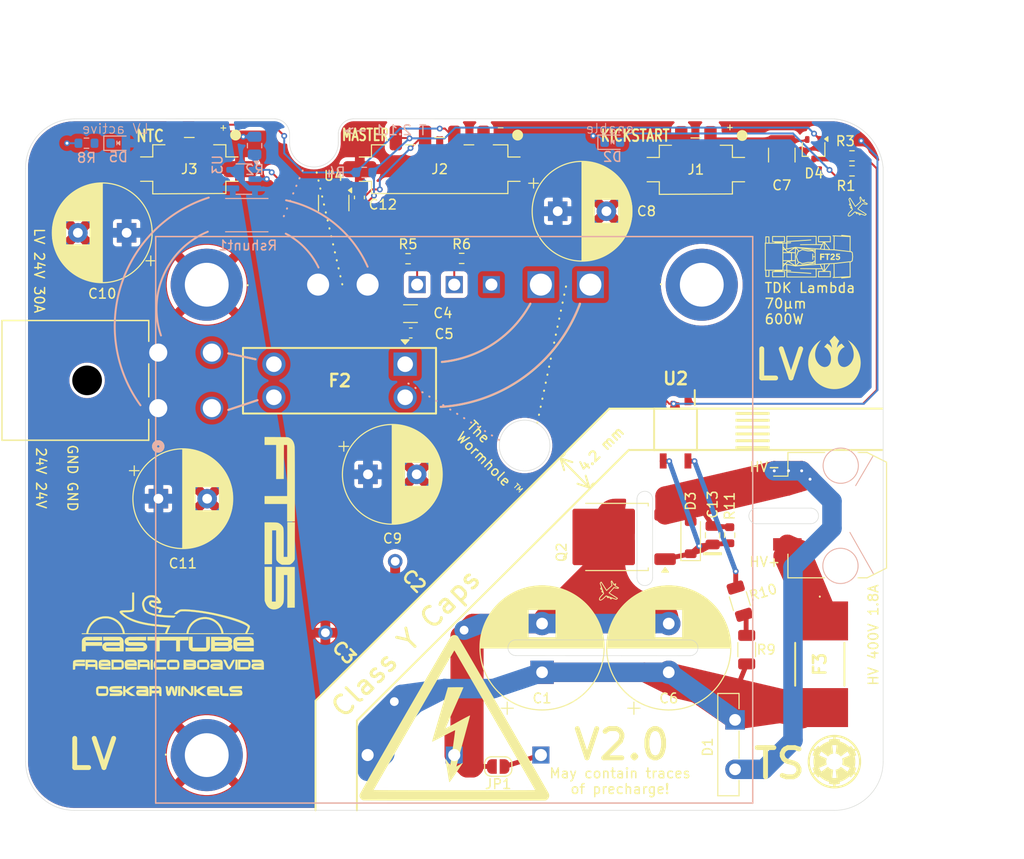
<source format=kicad_pcb>
(kicad_pcb
	(version 20241229)
	(generator "pcbnew")
	(generator_version "9.0")
	(general
		(thickness 1.67)
		(legacy_teardrops no)
	)
	(paper "A4")
	(layers
		(0 "F.Cu" mixed)
		(2 "B.Cu" mixed)
		(9 "F.Adhes" user "F.Adhesive")
		(11 "B.Adhes" user "B.Adhesive")
		(13 "F.Paste" user)
		(15 "B.Paste" user)
		(5 "F.SilkS" user "F.Silkscreen")
		(7 "B.SilkS" user "B.Silkscreen")
		(1 "F.Mask" user)
		(3 "B.Mask" user)
		(17 "Dwgs.User" user "User.Drawings")
		(19 "Cmts.User" user "User.Comments")
		(21 "Eco1.User" user "User.Eco1")
		(23 "Eco2.User" user "User.Eco2")
		(25 "Edge.Cuts" user)
		(27 "Margin" user)
		(31 "F.CrtYd" user "F.Courtyard")
		(29 "B.CrtYd" user "B.Courtyard")
		(35 "F.Fab" user)
		(33 "B.Fab" user)
		(39 "User.1" user)
		(41 "User.2" user)
		(43 "User.3" user)
		(45 "User.4" user)
		(47 "User.5" user)
		(49 "User.6" user)
		(51 "User.7" user)
		(53 "User.8" user)
		(55 "User.9" user)
	)
	(setup
		(stackup
			(layer "F.SilkS"
				(type "Top Silk Screen")
			)
			(layer "F.Paste"
				(type "Top Solder Paste")
			)
			(layer "F.Mask"
				(type "Top Solder Mask")
				(thickness 0.01)
			)
			(layer "F.Cu"
				(type "copper")
				(thickness 0.07)
			)
			(layer "dielectric 1"
				(type "core")
				(thickness 1.51)
				(material "FR4")
				(epsilon_r 4.5)
				(loss_tangent 0.02)
			)
			(layer "B.Cu"
				(type "copper")
				(thickness 0.07)
			)
			(layer "B.Mask"
				(type "Bottom Solder Mask")
				(thickness 0.01)
			)
			(layer "B.Paste"
				(type "Bottom Solder Paste")
			)
			(layer "B.SilkS"
				(type "Bottom Silk Screen")
			)
			(copper_finish "None")
			(dielectric_constraints no)
		)
		(pad_to_mask_clearance 0)
		(allow_soldermask_bridges_in_footprints no)
		(tenting front back)
		(pcbplotparams
			(layerselection 0x00000000_00000000_55555555_5755f5ff)
			(plot_on_all_layers_selection 0x00000000_00000000_00000000_00000000)
			(disableapertmacros no)
			(usegerberextensions no)
			(usegerberattributes yes)
			(usegerberadvancedattributes yes)
			(creategerberjobfile no)
			(dashed_line_dash_ratio 12.000000)
			(dashed_line_gap_ratio 3.000000)
			(svgprecision 4)
			(plotframeref no)
			(mode 1)
			(useauxorigin yes)
			(hpglpennumber 1)
			(hpglpenspeed 20)
			(hpglpendiameter 15.000000)
			(pdf_front_fp_property_popups yes)
			(pdf_back_fp_property_popups yes)
			(pdf_metadata yes)
			(pdf_single_document no)
			(dxfpolygonmode yes)
			(dxfimperialunits yes)
			(dxfusepcbnewfont yes)
			(psnegative no)
			(psa4output no)
			(plot_black_and_white yes)
			(plotinvisibletext no)
			(sketchpadsonfab no)
			(plotpadnumbers no)
			(hidednponfab no)
			(sketchdnponfab yes)
			(crossoutdnponfab yes)
			(subtractmaskfromsilk yes)
			(outputformat 1)
			(mirror no)
			(drillshape 0)
			(scaleselection 1)
			(outputdirectory "gerber/")
		)
	)
	(net 0 "")
	(net 1 "/-VIN")
	(net 2 "GND")
	(net 3 "Net-(D4-Pad3)")
	(net 4 "/+VIN")
	(net 5 "+3V3")
	(net 6 "/LV+")
	(net 7 "/3V_buttoncell")
	(net 8 "/TEMP_TSDCDC")
	(net 9 "/HV-in")
	(net 10 "/LV_I_measure")
	(net 11 "/I_meas_weak")
	(net 12 "Net-(U1-+S)")
	(net 13 "Net-(D2-A)")
	(net 14 "Net-(D5-K)")
	(net 15 "/Vout+")
	(net 16 "Net-(R3-Pad2)")
	(net 17 "Net-(U1-TRM)")
	(net 18 "/HV+in")
	(net 19 "/Enable_G")
	(net 20 "/Enable_Opto")
	(net 21 "Net-(JP1-A)")
	(net 22 "Net-(R10-Pad1)")
	(net 23 "/Vout-")
	(footprint "Capacitor_SMD:C_1210_3225Metric" (layer "F.Cu") (at 177.6 64.721001 -90))
	(footprint "Resistor_SMD:R_0603_1608Metric" (layer "F.Cu") (at 184.8 64.8))
	(footprint "footprints:airplane" (layer "F.Cu") (at 159.72 109.58 135))
	(footprint "Capacitor_SMD:C_0805_2012Metric" (layer "F.Cu") (at 170.5 103.75 90))
	(footprint "footprints:VY1471M29Y5UC63V0" (layer "F.Cu") (at 130.766058 113.762876 -45))
	(footprint "footprints:rebellion" (layer "F.Cu") (at 183 86))
	(footprint "FaSTTUBe_connectors:Micro_Mate-N-Lok_2p_vertical" (layer "F.Cu") (at 168.783 66.21))
	(footprint "Capacitor_THT:CP_Radial_D12.5mm_P5.00mm" (layer "F.Cu") (at 153 117.823959 90))
	(footprint "Capacitor_THT:CP_Radial_D10.0mm_P5.00mm" (layer "F.Cu") (at 110.367678 72.7 180))
	(footprint "footprints:9775031360R" (layer "F.Cu") (at 118.59 78.03 180))
	(footprint "Package_TO_SOT_SMD:TO-252-2" (layer "F.Cu") (at 160.585 103.9275 180))
	(footprint "LOGO"
		(layer "F.Cu")
		(uuid "36ea3436-548e-4414-bac1-a7348850c228")
		(at 180.33 75.14)
		(property "Reference" "G***"
			(at 0 0 0)
			(layer "F.SilkS")
			(hide yes)
			(uuid "f973503b-fa37-47d9-b20f-d30676bb0e6c")
			(effects
				(font
					(size 1.5 1.5)
					(thickness 0.3)
				)
			)
		)
		(property "Value" "LOGO"
			(at 0.75 0 0)
			(layer "F.SilkS")
			(hide yes)
			(uuid "6387be7f-2b16-465c-8f89-140f5aa812b4")
			(effects
				(font
					(size 1.5 1.5)
					(thickness 0.3)
				)
			)
		)
		(property "Datasheet" ""
			(at 0 0 0)
			(layer "F.Fab")
			(hide yes)
			(uuid "41393a24-4ba8-4af2-84c5-5556a5cd9241")
			(effects
				(font
					(size 1.27 1.27)
					(thickness 0.15)
				)
			)
		)
		(property "Description" ""
			(at 0 0 0)
			(layer "F.Fab")
			(hide yes)
			(uuid "47d9374d-4d87-4be0-875b-3451ee135b5f")
			(effects
				(font
					(size 1.27 1.27)
					(thickness 0.15)
				)
			)
		)
		(attr board_only exclude_from_pos_files exclude_from_bom)
		(fp_poly
			(pts
				(xy 2.210106 -0.240934) (xy 2.210106 -0.176067) (xy 2.115122 -0.176067) (xy 2.020138 -0.176067)
				(xy 2.020138 0.088034) (xy 2.020138 0.352134) (xy 1.948322 0.352134) (xy 1.876505 0.352134) (xy 1.876505 0.088034)
				(xy 1.876505 -0.176067) (xy 1.781521 -0.176067) (xy 1.686538 -0.176067) (xy 1.686538 -0.240935)
				(xy 1.686537 -0.305801) (xy 1.948322 -0.305801) (xy 2.210106 -0.305801)
			)
			(stroke
				(width 0)
				(type solid)
			)
			(fill yes)
			(layer "F.SilkS")
			(uuid "7df8e5e8-4ee8-444f-be4a-2fc6df64b466")
		)
		(fp_poly
			(pts
				(xy 1.644837 -0.238617) (xy 1.644837 -0.171435) (xy 1.49657 -0.171434) (xy 1.348303 -0.171434) (xy 1.348303 -0.10425)
				(xy 1.348303 -0.037067) (xy 1.484987 -0.037067) (xy 1.621671 -0.037067) (xy 1.621671 0.030116) (xy 1.621671 0.0973)
				(xy 1.484987 0.0973) (xy 1.348303 0.0973) (xy 1.348303 0.224717) (xy 1.348303 0.352134) (xy 1.27417 0.352134)
				(xy 1.200036 0.352134) (xy 1.200036 0.023167) (xy 1.200037 -0.305801) (xy 1.422437 -0.305801) (xy 1.644836 -0.305801)
			)
			(stroke
				(width 0)
				(type solid)
			)
			(fill yes)
			(layer "F.SilkS")
			(uuid "79488fa3-17fb-4e16-b5f3-2b64540a352f")
		)
		(fp_poly
			(pts
				(xy 2.532179 -0.312678) (xy 2.576155 -0.304473) (xy 2.614922 -0.2894) (xy 2.648 -0.267744) (xy 2.67491 -0.239793)
				(xy 2.695172 -0.205832) (xy 2.704208 -0.181813) (xy 2.708716 -0.159076) (xy 2.7108 -0.130942) (xy 2.71048 -0.100955)
				(xy 2.707773 -0.072656) (xy 2.703574 -0.052464) (xy 2.698715 -0.037255) (xy 2.692926 -0.02316) (xy 2.685517 -0.009402)
				(xy 2.675798 0.004797) (xy 2.663078 0.020215) (xy 2.646666 0.037632) (xy 2.625872 0.057823) (xy 2.600005 0.081568)
				(xy 2.568374 0.109644) (xy 2.53029 0.142829) (xy 2.529931 0.14314) (xy 2.430439 0.229351) (xy 2.575106 0.230575)
				(xy 2.719774 0.231799) (xy 2.719774 0.291967) (xy 2.719774 0.352134) (xy 2.490308 0.352134) (xy 2.260843 0.352134)
				(xy 2.262116 0.277056) (xy 2.263389 0.201979) (xy 2.356056 0.119177) (xy 2.402943 0.077122) (xy 2.443117 0.04073)
				(xy 2.476929 0.009665) (xy 2.504727 -0.016408) (xy 2.526863 -0.037827) (xy 2.543685 -0.054929) (xy 2.555544 -0.06805)
				(xy 2.562789 -0.077524) (xy 2.565176 -0.081851) (xy 2.5716 -0.10729) (xy 2.569746 -0.130812) (xy 2.56056 -0.15134)
				(xy 2.544994 -0.167801) (xy 2.523994 -0.179121) (xy 2.49851 -0.184225) (xy 2.475724 -0.18314) (xy 2.452963 -0.175273)
				(xy 2.433454 -0.159912) (xy 2.418912 -0.1387) (xy 2.413064 -0.123046) (xy 2.407173 -0.101018) (xy 2.367714 -0.103927)
				(xy 2.344598 -0.10571) (xy 2.320508 -0.107692) (xy 2.30031 -0.109471) (xy 2.298702 -0.109622) (xy 2.269145 -0.112408)
				(xy 2.272093 -0.14061) (xy 2.280459 -0.177948) (xy 2.296913 -0.213524) (xy 2.320278 -0.245457) (xy 2.349375 -0.271863)
				(xy 2.357833 -0.277654) (xy 2.388158 -0.29404) (xy 2.420755 -0.305158) (xy 2.458064 -0.31171) (xy 2.483473 -0.313727)
			)
			(stroke
				(width 0)
				(type solid)
			)
			(fill yes)
			(layer "F.SilkS")
			(uuid "c06ae400-d6b0-4739-b2a0-6d35249e5efc")
		)
		(fp_poly
			(pts
				(xy 3.243342 -0.245567) (xy 3.243342 -0.185334) (xy 3.111291 -0.185334) (xy 2.979241 -0.185333)
				(xy 2.979241 -0.135525) (xy 2.979241 -0.085718) (xy 3.035999 -0.085703) (xy 3.075658 -0.084189)
				(xy 3.108746 -0.079239) (xy 3.137528 -0.070212) (xy 3.16427 -0.05647) (xy 3.181956 -0.044466) (xy 3.203555 -0.026318)
				(xy 3.221029 -0.006004) (xy 3.236416 0.019128) (xy 3.246178 0.039116) (xy 3.254238 0.063529) (xy 3.259574 0.09369)
				(xy 3.261941 0.126422) (xy 3.261098 0.158544) (xy 3.257324 0.184609) (xy 3.244399 0.223685) (xy 3.224208 0.260227)
				(xy 3.198098 0.292412) (xy 3.167418 0.318418) (xy 3.150847 0.328502) (xy 3.111135 0.345164) (xy 3.066727 0.356095)
				(xy 3.020478 0.360938) (xy 2.975243 0.359334) (xy 2.945754 0.354196) (xy 2.903627 0.339619) (xy 2.867264 0.317857)
				(xy 2.836999 0.289211) (xy 2.813163 0.253981) (xy 2.79881 0.220868) (xy 2.79432 0.207035) (xy 2.791744 0.197519)
				(xy 2.791552 0.194601) (xy 2.796444 0.193609) (xy 2.808775 0.190877) (xy 2.826961 0.186759) (xy 2.849416 0.181613)
				(xy 2.863407 0.178384) (xy 2.887539 0.172819) (xy 2.908262 0.168078) (xy 2.924002 0.164518) (xy 2.933186 0.162495)
				(xy 2.934883 0.162167) (xy 2.937199 0.166065) (xy 2.941475 0.175947) (xy 2.943919 0.182163) (xy 2.957618 0.206359)
				(xy 2.976856 0.224378) (xy 2.999977 0.235881) (xy 3.025322 0.240528) (xy 3.051235 0.23798) (xy 3.076057 0.227898)
				(xy 3.095075 0.213134) (xy 3.111612 0.190456) (xy 3.120769 0.164235) (xy 3.12262 0.136431) (xy 3.117245 0.108995)
				(xy 3.10472 0.083886) (xy 3.089275 0.066498) (xy 3.070671 0.05315) (xy 3.049056 0.043822) (xy 3.022749 0.038071)
				(xy 2.990066 0.035457) (xy 2.969974 0.03519) (xy 2.940708 0.035905) (xy 2.915232 0.038169) (xy 2.889963 0.042519)
				(xy 2.861313 0.04949) (xy 2.845988 0.053732) (xy 2.835519 0.056704) (xy 2.838042 -0.086323) (xy 2.838768 -0.123978)
				(xy 2.83959 -0.160526) (xy 2.840463 -0.194417) (xy 2.841344 -0.224098) (xy 2.842188 -0.248021) (xy 2.842954 -0.264633)
				(xy 2.843135 -0.267576) (xy 2.845706 -0.305801) (xy 3.044525 -0.305801) (xy 3.243342 -0.305801)
			)
			(stroke
				(width 0)
				(type solid)
			)
			(fill yes)
			(layer "F.SilkS")
			(uuid "5a963cb9-9510-4127-9f96-127e7c222fca")
		)
		(fp_poly
			(pts
				(xy 3.38727 -2.232811) (xy 3.40086 -2.231479) (xy 3.422092 -2.229358) (xy 3.450178 -2.22653) (xy 3.484329 -2.223073)
				(xy 3.523759 -2.219069) (xy 3.567678 -2.214599) (xy 3.615297 -2.209743) (xy 3.66583 -2.204582) (xy 3.718489 -2.199197)
				(xy 3.772484 -2.193667) (xy 3.827029 -2.188075) (xy 3.881335 -2.182501) (xy 3.934614 -2.177024)
				(xy 3.986077 -2.171727) (xy 4.034939 -2.166689) (xy 4.080407 -2.161992) (xy 4.121698 -2.157716)
				(xy 4.158021 -2.153941) (xy 4.188587 -2.150748) (xy 4.200017 -2.149547) (xy 4.234253 -2.145885)
				(xy 4.265408 -2.142435) (xy 4.292316 -2.139335) (xy 4.31381 -2.136726) (xy 4.328722 -2.134745) (xy 4.335885 -2.133532)
				(xy 4.336334 -2.133359) (xy 4.336533 -2.128574) (xy 4.336655 -2.115023) (xy 4.336705 -2.093209)
				(xy 4.336684 -2.063633) (xy 4.336595 -2.026795) (xy 4.33644 -1.983198) (xy 4.336223 -1.933343) (xy 4.335944 -1.877731)
				(xy 4.335608 -1.816864) (xy 4.335216 -1.751243) (xy 4.33477 -1.681369) (xy 4.334273 -1.607743) (xy 4.333728 -1.530869)
				(xy 4.333136 -1.451244) (xy 4.332871 -1.416624) (xy 4.332241 -1.334602) (xy 4.331634 -1.254271)
				(xy 4.33105 -1.176204) (xy 4.330496 -1.10097) (xy 4.329976 -1.029142) (xy 4.329492 -0.961291) (xy 4.329052 -0.897987)
				(xy 4.328655 -0.839801) (xy 4.328308 -0.787305) (xy 4.328013 -0.741071) (xy 4.327776 -0.701668)
				(xy 4.327599 -0.669669) (xy 4.327487 -0.645643) (xy 4.327444 -0.630164) (xy 4.327444 -0.627586)
				(xy 4.327545 -0.55322) (xy 4.37377 -0.54809) (xy 4.419996 -0.542959) (xy 4.484971 -0.483626) (xy 4.505281 -0.464833)
				(xy 4.522986 -0.44798) (xy 4.537024 -0.434118) (xy 4.546333 -0.424295) (xy 4.54985 -0.419562) (xy 4.549855 -0.419489)
				(xy 4.550293 -0.414027) (xy 4.551582 -0.400285) (xy 4.55363 -0.379199) (xy 4.556344 -0.351708) (xy 4.55963 -0.31875)
				(xy 4.563396 -0.281261) (xy 4.567548 -0.240179) (xy 4.571355 -0.202709) (xy 4.592945 0.009267) (xy 4.571355 0.221242)
				(xy 4.566945 0.264663) (xy 4.562841 0.305296) (xy 4.559137 0.342206) (xy 4.555926 0.374453) (xy 4.553301 0.401102)
				(xy 4.551353 0.421213) (xy 4.550178 0.433849) (xy 4.549855 0.438022) (xy 4.546612 0.442512) (xy 4.537531 0.452137)
				(xy 4.523674 0.465847) (xy 4.506105 0.482593) (xy 4.485885 0.501324) (xy 4.484971 0.50216) (xy 4.419997 0.561493)
				(xy 4.373769 0.566623) (xy 4.327545 0.571753) (xy 4.327444 0.646119) (xy 4.327469 0.65926) (xy 4.327563 0.681097)
				(xy 4.327723 0.711058) (xy 4.327945 0.748571) (xy 4.328225 0.793067) (xy 4.328559 0.843974) (xy 4.328943 0.90072)
				(xy 4.329373 0.962734) (xy 4.329846 1.029446) (xy 4.330356 1.100286) (xy 4.330901 1.17468) (xy 4.331477 1.252059)
				(xy 4.332079 1.33185) (xy 4.332704 1.413485) (xy 4.332871 1.435157) (xy 4.333481 1.5158) (xy 4.334047 1.593906)
				(xy 4.334564 1.668978) (xy 4.335032 1.740512) (xy 4.335447 1.808006) (xy 4.335808 1.870958) (xy 4.336111 1.928869)
				(xy 4.336355 1.981237) (xy 4.336537 2.02756) (xy 4.336653 2.067337) (xy 4.336704 2.100067) (xy 4.336685 2.125248)
				(xy 4.336594 2.142379) (xy 4.336429 2.150958) (xy 4.336335 2.151893) (xy 4.331377 2.152884) (xy 4.318367 2.15468)
				(xy 4.298472 2.157138) (xy 4.272859 2.160123) (xy 4.242694 2.163495) (xy 4.209148 2.167117) (xy 4.200017 2.168082)
				(xy 4.172233 2.170992) (xy 4.138346 2.174521) (xy 4.099146 2.178586) (xy 4.055419 2.183108) (xy 4.007954 2.188005)
				(xy 3.957539 2.193199) (xy 3.904962 2.198607) (xy 3.851011 2.204148) (xy 3.796475 2.209742) (xy 3.742141 2.215309)
				(xy 3.688796 2.220768) (xy 3.63723 2.226037) (xy 3.588231 2.231037) (xy 3.542586 2.235687) (xy 3.501083 2.239906)
				(xy 3.464512 2.243614) (xy 3.433658 2.246729) (xy 3.409312 2.249172) (xy 3.39226 2.250859) (xy 3.383291 2.251715)
				(xy 3.382109 2.251806) (xy 3.380255 2.247528) (xy 3.378178 2.23608) (xy 3.376217 2.219545) (xy 3.37545 2.210835)
				(xy 3.3736 2.191763) (xy 3.371439 2.175942) (xy 3.369333 2.165869) (xy 3.368582 2.163999) (xy 3.368194 2.163123)
				(xy 3.367841 2.162336) (xy 3.367055 2.161657) (xy 3.365358 2.161104) (xy 3.362276 2.160697) (xy 3.357337 2.160453)
				(xy 3.350069 2.160392) (xy 3.339994 2.160532) (xy 3.32664 2.16089) (xy 3.309536 2.161487) (xy 3.288204 2.162341)
				(xy 3.26217 2.16347) (xy 3.230964 2.164892) (xy 3.19411 2.166627) (xy 3.151135 2.168692) (xy 3.101565 2.171107)
				(xy 3.044926 2.17389) (xy 2.980744 2.177059) (xy 2.908545 2.180634) (xy 2.827857 2.184632) (xy 2.773776 2.187311)
				(xy 2.723126 2.189773) (xy 2.675244 2.19201) (xy 2.630927 2.19399) (xy 2.590972 2.195683) (xy 2.556177 2.197057)
				(xy 2.52734 2.198081) (xy 2.505257 2.198724) (xy 2.490727 2.198954) (xy 2.484548 2.198738) (xy 2.484397 2.198675)
				(xy 2.482972 2.193086) (xy 2.4815 2.180449) (xy 2.480208 2.162975) (xy 2.479683 2.152716) (xy 2.477796 2.109587)
				(xy 2.502643 2.106603) (xy 2.520245 2.105084) (xy 2.542271 2.103995) (xy 2.563398 2.103579) (xy 2.599307 2.103539)
				(xy 2.599205 2.03983) (xy 2.599136 2.026958) (xy 2.59896 2.005475) (xy 2.598682 1.976034) (xy 2.598313 1.939289)
				(xy 2.597857 1.895895) (xy 2.597323 1.846507) (xy 2.596718 1.791777) (xy 2.596049 1.732363) (xy 2.595323 1.668916)
				(xy 2.594547 1.602089) (xy 2.593729 1.53254) (xy 2.592876 1.460921) (xy 2.592357 1.417804) (xy 2.591488 1.345622)
				(xy 2.590651 1.275356) (xy 2.589851 1.207638) (xy 2.589097 1.143098) (xy 2.588395 1.08237) (xy 2.587752 1.026085)
				(xy 2.587175 0.974875) (xy 2.586672 0.929372) (xy 2.58625 0.890208) (xy 2.585916 0.858015) (xy 2.585677 0.833425)
				(xy 2.585539 0.817069) (xy 2.585508 0.811266) (xy 2.585407 0.763045) (xy 2.477681 0.76615) (xy 2.420738 0.767807)
				(xy 2.372367 0.769264) (xy 2.331872 0.770562) (xy 2.298559 0.771745) (xy 2.271738 0.772854) (xy 2.250712 0.773931)
				(xy 2.234789 0.775018) (xy 2.223275 0.776158) (xy 2.215478 0.777392) (xy 2.210703 0.778764) (xy 2.208257 0.780313)
				(xy 2.207447 0.782084) (xy 2.207419 0.782564) (xy 2.204733 0.787317) (xy 2.196946 0.798996) (xy 2.184444 0.817061)
				(xy 2.167617 0.84097) (xy 2.146849 0.870183) (xy 2.122527 0.90416) (xy 2.09504 0.94236) (xy 2.064773 0.984242)
				(xy 2.032115 1.029266) (xy 1.99745 1.07689) (xy 1.961168 1.126575) (xy 1.960005 1.128165) (xy 1.923623 1.177986)
				(xy 1.888809 1.225823) (xy 1.855956 1.271128) (xy 1.825453 1.313354) (xy 1.797694 1.351955) (xy 1.773068 1.386383)
				(xy 1.751966 1.416092) (xy 1.734781 1.440534) (xy 1.721903 1.459162) (xy 1.713724 1.47143) (xy 1.710635 1.47679)
				(xy 1.710627 1.476824) (xy 1.708624 1.487304) (xy 2.003382 1.487304) (xy 2.298139 1.487304) (xy 2.298144 1.583446)
				(xy 2.298213 1.608384) (xy 2.298406 1.641116) (xy 2.29871 1.680174) (xy 2.299111 1.724089) (xy 2.299595 1.771389)
				(xy 2.300147 1.820606) (xy 2.300755 1.870268) (xy 2.301218 1.905463) (xy 2.304286 2.131339) (xy 1.647305 2.131339)
				(xy 0.990323 2.131339) (xy 0.993195 2.113964) (xy 0.993689 2.106417) (xy 0.994158 2.090423) (xy 0.994594 2.066805)
				(xy 0.99496 2.038672) (xy 1.08875 2.038672) (xy 1.647111 2.038672) (xy 2.205472 2.038672) (xy 2.205472 1.809321)
				(xy 2.205472 1.579971) (xy 1.656421 1.579199) (xy 1.585739 1.579096) (xy 1.517565 1.578991) (xy 1.452484 1.578885)
				(xy 1.391074 1.578779) (xy 1.333918 1.578675) (xy 1.281595 1.578571) (xy 1.234689 1.578472) (xy 1.193778 1.578378)
				(xy 1.159447 1.57829) (xy 1.132272 1.578209) (xy 1.112838 1.578137) (xy 1.101725 1.578074) (xy 1.099261 1.57804)
				(xy 1.097423 1.578408) (xy 1.095875 1.580202) (xy 1.094589 1.584173) (xy 1.093535 1.591074) (xy 1.092682 1.601656)
				(xy 1.091999 1.61667) (xy 1.091456 1.636869) (xy 1.091023 1.663004) (xy 1.090669 1.695827) (xy 1.090364 1.736087)
				(xy 1.090077 1.784539) (xy 1.089951 1.808163) (xy 1.08875 2.038672) (xy 0.99496 2.038672) (xy 0.99499 2.036382)
				(xy 0.995338 1.999975) (xy 0.995631 1.958404) (xy 0.995862 1.912492) (xy 0.996024 1.863057) (xy 0.996108 1.810921)
				(xy 0.996118 1.78963) (xy 0.996169 1.482671) (xy 1.242123 1.482671) (xy 1.291787 1.482595) (xy 1.337431 1.482378)
				(xy 1.378334 1.48203) (xy 1.413769 1.481564) (xy 1.443013 1.480992) (xy 1.465339 1.480327) (xy 1.480024 1.47958)
				(xy 1.486341 1.478764) (xy 1.486531 1.478558) (xy 1.484152 1.47334) (xy 1.478357 1.461039) (xy 1.469747 1.442919)
				(xy 1.458926 1.420247) (xy 1.446495 1.394288) (xy 1.441011 1.382862) (xy 1.397037 1.291279) (xy 1.283478 1.294298)
				(xy 1.249685 1.295057) (xy 1.208904 1.295746) (xy 1.163413 1.296342) (xy 1.11549 1.296818) (xy 1.067413 1.297151)
				(xy 1.021462 1.297314) (xy 1.006594 1.297327) (xy 0.843269 1.297337) (xy 0.843269 1.721288) (xy 0.843269 2.145239)
				(xy -0.708148 2.145239) (xy -2.259563 2.145239) (xy -2.262634 1.935978) (xy -2.263315 1.886185)
				(xy -2.263944 1.833688) (xy -2.264503 1.780411) (xy -2.264976 1.728276) (xy -2.265345 1.679207)
				(xy -2.265592 1.635127) (xy -2.265702 1.59796) (xy -2.265706 1.590794) (xy -2.265739 1.55167) (xy -2.265876 1.520834)
				(xy -2.266173 1.497306) (xy -2.266692 1.480108) (xy -2.26749 1.46826) (xy -2.268626 1.460783) (xy -2.270157 1.456697)
				(xy -2.272141 1.455025) (xy -2.273814 1.454766) (xy -2.280294 1.454537) (xy -2.294854 1.453935)
				(xy -2.316319 1.453013) (xy -2.343512 1.451821) (xy -2.37526 1.450411) (xy -2.410382 1.448834) (xy -2.43019 1.447939)
				(xy -2.468142 1.446262) (xy -2.504686 1.44473) (xy -2.538371 1.443397) (xy -2.567745 1.442318) (xy -2.591357 1.441547)
				(xy -2.607758 1.441142) (xy -2.612049 1.441093) (xy -2.64564 1.44097) (xy -2.64564 1.468771) (xy -2.645639 1.496571)
				(xy -2.525331 1.496571) (xy -2.405021 1.496571) (xy -2.403705 1.805846) (xy -2.403515 1.858546)
				(xy -2.403401 1.908502) (xy -2.40336 1.954946) (xy -2.40339 1.997109) (xy -2.403489 2.034222) (xy -2.403653 2.065515)
				(xy -2.403881 2.090221) (xy -2.404171 2.107569) (xy -2.404518 2.116791) (xy -2.404706 2.118106)
				(xy -2.409529 2.11848) (xy -2.423095 2.118886) (xy -2.44488 2.119321) (xy -2.474362 2.119778) (xy -2.511016 2.120253)
				(xy -2.554319 2.12074) (xy -2.603749 2.121235) (xy -2.658781 2.121732) (xy -2.718891 2.122227) (xy -2.783558 2.122715)
				(xy -2.852257 2.12319) (xy -2.924462 2.123648) (xy -2.999654 2.124083) (xy -3.0638 2.124423) (xy -3.720577 2.127757)
				(xy -3.720577 1.81448) (xy -3.720577 1.593871) (xy -3.62791 1.593871) (xy -3.62791 1.814711) (xy -3.62791 2.03555)
				(xy -3.411698 2.032478) (xy -3.369215 2.031948) (xy -3.31891 2.031448) (xy -3.262228 2.030984) (xy -3.200615 2.030565)
				(xy -3.135516 2.030198) (xy -3.068375 2.029891) (xy -3.000637 2.029653) (xy -2.933749 2.02949) (xy -2.869154 2.029412)
				(xy -2.846385 2.029405) (xy -2.497283 2.029405) (xy -2.498486 1.81048) (xy -2.49969 1.591554) (xy -2.537915 1.591676)
				(xy -2.547579 1.591701) (xy -2.565869 1.591743) (xy -2.592146 1.591801) (xy -2.62577 1.591872) (xy -2.666099 1.591957)
				(xy -2.712496 1.592053) (xy -2.764319 1.592159) (xy -2.820929 1.592274) (xy -2.881685 1.592396)
				(xy -2.945948 1.592525) (xy -3.013077 1.592659) (xy -3.082432 1.592796) (xy -3.102025 1.592834)
				(xy -3.62791 1.593871) (xy -3.720577 1.593871) (xy -3.720577 1.501204) (xy -3.654551 1.501183) (xy -3.624666 1.500936)
				(xy -3.592334 1.500279) (xy -3.561481 1.499312) (xy -3.536401 1.498158) (xy -3.484276 1.495155)
				(xy -3.484276 1.468063) (xy -3.484276 1.44097) (xy -3.740716 1.44097) (xy -3.997156 1.44097) (xy -4.000524 1.764101)
				(xy -4.001097 1.817922) (xy -4.001663 1.868962) (xy -4.002214 1.916476) (xy -4.002738 1.959718)
				(xy -4.003227 1.997942) (xy -4.00367 2.030405) (xy -4.004058 2.056359) (xy -4.004382 2.07506) (xy -4.004631 2.085762)
				(xy -4.004755 2.088096) (xy -4.009616 2.088576) (xy -4.02259 2.089168) (xy -4.042528 2.089847) (xy -4.068278 2.090589)
				(xy -4.098689 2.091373) (xy -4.132609 2.092176) (xy -4.168888 2.092974) (xy -4.206373 2.093745)
				(xy -4.243913 2.094466) (xy -4.28036 2.095114) (xy -4.314559 2.095667) (xy -4.34536 2.096101) (xy -4.371612 2.096393)
				(xy -4.392163 2.096521) (xy -4.405862 2.096463) (xy -4.411559 2.096194) (xy -4.41163 2.096166) (xy -4.412287 2.091243)
				(xy -4.412909 2.077802) (xy -4.413489 2.056593) (xy -4.414016 2.028365) (xy -4.414482 1.993867)
				(xy -4.414878 1.953848) (xy -4.415193 1.909058) (xy -4.415422 1.860246) (xy -4.415551 1.808161)
				(xy -4.415578 1.769665) (xy -4.415578 1.445919) (xy -4.322912 1.44592) (xy -4.322911 1.632667) (xy -4.32283 1.677998)
				(xy -4.322597 1.724363) (xy -4.322233 1.770035) (xy -4.321755 1.813286) (xy -4.321184 1.852391)
				(xy -4.320538 1.885623) (xy -4.319861 1.910511) (xy -4.31681 2.001605) (xy -4.27237 2.001588) (xy -4.250095 2.001348)
				(xy -4.222113 2.000707) (xy -4.191967 1.999762) (xy -4.163205 1.99861) (xy -4.162654 1.998585) (xy -4.09738 1.995599)
				(xy -4.094329 1.722449) (xy -4.093807 1.672987) (xy -4.093375 1.626306) (xy -4.093037 1.583227)
				(xy -4.092796 1.544568) (xy -4.092653 1.51115) (xy -4.092615 1.483793) (xy -4.092685 1.463316) (xy -4.092866 1.450539)
				(xy -4.09313 1.446294) (xy -4.09808 1.445515) (xy -4.111021 1.444917) (xy -4.130668 1.444519) (xy -4.155749 1.444338)
				(xy -4.184984 1.444394) (xy -4.208947 1.444604) (xy -4.322912 1.44592) (xy -4.415578 1.445919) (xy -4.415578 1.445604)
				(xy -4.44609 1.445604) (xy -4.476601 1.445603) (xy -4.472918 1.340195) (xy -4.472551 1.32484) (xy -4.472203 1.300703)
				(xy -4.471875 1.268271) (xy -4.471567 1.22803) (xy -4.471279 1.180464) (xy -4.47101 1.126058) (xy -4.470761 1.065302)
				(xy -4.470532 0.998677) (xy -4.470323 0.92667) (xy -4.470132 0.849767) (xy -4.469964 0.768454) (xy -4.469814 0.683216)
				(xy -4.469683 0.594538) (xy -4.469572 0.502907) (xy -4.469482 0.408808) (xy -4.469412 0.312726)
				(xy -4.469361 0.215146) (xy -4.469329 0.116557) (xy -4.469318 0.017441) (xy -4.469319 0.009267)
				(xy -4.376195 0.009267) (xy -4.376195 1.348304) (xy -3.921735 1.348303) (xy -3.84542 1.348265) (xy -3.763054 1.348156)
				(xy -3.676284 1.347978) (xy -3.586755 1.34774) (xy -3.496112 1.347448) (xy -3.4755 1.34737) (xy -2.566874 1.347369)
				(xy -2.510115 1.350271) (xy -2.485398 1.351507) (xy -2.454562 1.353009) (xy -2.420743 1.354622)
				(xy -2.387079 1.356201) (xy -2.369956 1.35699) (xy -2.342439 1.358262) (xy -2.317591 1.359435) (xy -2.297116 1.360426)
				(xy -2.28272 1.361153) (xy -2.27648 1.361507) (xy -2.266404 1.362204) (xy -2.268995 1.099261) (xy -2.269489 1.050816)
				(xy -2.269988 1.005216) (xy -2.270479 0.963292) (xy -2.270952 0.925869) (xy -2.271395 0.893779)
				(xy -2.271407 0.893007) (xy -2.176597 0.893007) (xy -2.176496 0.920555) (xy -2.176287 0.953996)
				(xy -2.175973 0.992488) (xy -2.175561 1.035186) (xy -2.175055 1.081248) (xy -2.174701 1.110891)
				(xy -2.17154 1.365972) (xy -2.129432 1.368977) (xy -2.067771 1.373609) (xy -2.010185 1.378392) (xy -1.957281 1.383255)
				(xy -1.909674 1.388125) (xy -1.867971 1.39293) (xy -1.832783 1.397595) (xy -1.80472 1.40205) (xy -1.784393 1.406223)
				(xy -1.772412 1.410037) (xy -1.769774 1.411753) (xy -1.769529 1.417538) (xy -1.771735 1.42998) (xy -1.775956 1.446925)
				(xy -1.778921 1.457187) (xy -1.785239 1.477077) (xy -1.790133 1.489488) (xy -1.794401 1.495928)
				(xy -1.798845 1.497914) (xy -1.800426 1.497857) (xy -1.808153 1.49683) (xy -1.823059 1.494741) (xy -1.843149 1.491874)
				(xy -1.866434 1.488511) (xy -1.871871 1.48772) (xy -1.897523 1.484335) (xy -1.929466 1.480654) (xy -1.964746 1.476986)
				(xy -2.000406 1.473642) (xy -2.027089 1.471419) (xy -2.057452 1.46905) (xy -2.086497 1.466764) (xy -2.112259 1.464717)
				(xy -2.132778 1.463064) (xy -2.146087 1.461962) (xy -2.146397 1.461935) (xy -2.173039 1.459646)
				(xy -2.173039 1.489692) (xy -2.172691 1.506113) (xy -2.171285 1.515262) (xy -2.168279 1.519122)
				(xy -2.164797 1.519737) (xy -2.158723 1.520031) (xy -2.144281 1.520874) (xy -2.12235 1.522213) (xy -2.093809 1.52399)
				(xy -2.059538 1.526152) (xy -2.020415 1.528643) (xy -1.977319 1.531407) (xy -1.93113 1.534389) (xy -1.906488 1.535988)
				(xy -1.854929 1.539338) (xy -1.80268 1.542728) (xy -1.751135 1.546071) (xy -1.701688 1.549275) (xy -1.655732 1.55225)
				(xy -1.614661 1.554907) (xy -1.579869 1.557154) (xy -1.552749 1.558901) (xy -1.549854 1.559087)
				(xy -1.519396 1.561047) (xy -1.481663 1.56348) (xy -1.438624 1.566258) (xy -1.392251 1.569254) (xy -1.344516 1.57234)
				(xy -1.297389 1.575391) (xy -1.264903 1.577495) (xy -1.217015 1.580596) (xy -1.16498 1.583963) (xy -1.111213 1.587439)
				(xy -1.058137 1.590868) (xy -1.008165 1.594093) (xy -0.963719 1.596959) (xy -0.942887 1.598301)
				(xy -0.897305 1.601236) (xy -0.845716 1.60456) (xy -0.791355 1.608063) (xy -0.737462 1.611537) (xy -0.687275 1.614773)
				(xy -0.655619 1.616816) (xy -0.610848 1.619703) (xy -0.559926 1.622982) (xy -0.505948 1.626455)
				(xy -0.452011 1.629924) (xy -0.401211 1.633186) (xy -0.363718 1.635592) (xy -0.328419 1.637861)
				(xy -0.285555 1.640625) (xy -0.236806 1.643776) (xy -0.183852 1.647202) (xy -0.128376 1.650799)
				(xy -0.072057 1.654455) (xy -0.016577 1.658062) (xy 0.031407 1.661186) (xy 0.078504 1.664246) (xy 0.122931 1.667115)
				(xy 0.163807 1.669738) (xy 0.200251 1.672059) (xy 0.231381 1.674022) (xy 0.256316 1.675572) (xy 0.274174 1.676652)
				(xy 0.284073 1.677206) (xy 0.285714 1.677271) (xy 0.289145 1.678355) (xy 0.291125 1.682707) (xy 0.291847 1.691981)
				(xy 0.291504 1.70783) (xy 0.290854 1.721421) (xy 0.289553 1.740799) (xy 0.287959 1.756543) (xy 0.286321 1.766454)
				(xy 0.285478 1.768637) (xy 0.280651 1.768608) (xy 0.266958 1.768) (xy 0.24478 1.766836) (xy 0.214499 1.765141)
				(xy 0.176497 1.762937) (xy 0.131153 1.76025) (xy 0.078851 1.757101) (xy 0.019972 1.753516) (xy -0.045106 1.749517)
				(xy -0.115998 1.745128) (xy -0.192324 1.740372) (xy -0.273703 1.735274) (xy -0.359753 1.729857)
				(xy -0.450093 1.724144) (xy -0.544342 1.718159) (xy -0.642118 1.711925) (xy -0.743041 1.705468)
				(xy -0.846728 1.698808) (xy -0.944155 1.692531) (xy -1.050013 1.6857) (xy -1.153439 1.679031) (xy -1.254052 1.67255)
				(xy -1.351472 1.666279) (xy -1.445319 1.660243) (xy -1.535212 1.654466) (xy -1.620772 1.648974)
				(xy -1.701618 1.643789) (xy -1.77737 1.638936) (xy -1.847648 1.634441) (xy -1.912071 1.630326) (xy -1.97026 1.626617)
				(xy -2.021834 1.623337) (xy -2.066412 1.620512) (xy -2.103615 1.618164) (xy -2.133063 1.61632) (xy -2.154375 1.615002)
				(xy -2.167171 1.614236) (xy -2.171095 1.614039) (xy -2.171128 1.618662) (xy -2.171074 1.631645)
				(xy -2.170943 1.652082) (xy -2.170742 1.679067) (xy -2.170476 1.711694) (xy -2.170155 1.749057)
				(xy -2.169782 1.790249) (xy -2.169374 1.833647) (xy -2.167282 2.052572) (xy -0.707684 2.052572)
				(xy 0.751913 2.052572) (xy 0.748501 1.676113) (xy 0.747965 1.617934) (xy 0.747438 1.562492) (xy 0.746927 1.510476)
				(xy 0.746439 1.462575) (xy 0.745982 1.419482) (xy 0.745565 1.381879) (xy 0.745193 1.350461) (xy 0.744876 1.325917)
				(xy 0.74462 1.308934) (xy 0.744433 1.300203) (xy 0.74437 1.299146) (xy 0.739738 1.29906) (xy 0.726314 1.298912)
				(xy 0.704572 1.298707) (xy 0.674985 1.29845) (xy 0.63803 1.298141) (xy 0.594179 1.297786) (xy 0.543907 1.297389)
				(xy 0.487688 1.296953) (xy 0.425996 1.296482) (xy 0.359306 1.295979) (xy 0.288092 1.295448) (xy 0.212828 1.294894)
				(xy 0.133988 1.294318) (xy 0.052047 1.293726) (xy -0.032522 1.293121) (xy -0.050967 1.292989) (xy -0.136082 1.292366)
				(xy -0.218697 1.291727) (xy -0.298338 1.291076) (xy -0.374525 1.29042) (xy -0.446785 1.289762) (xy -0.51464 1.289109)
				(xy -0.577615 1.288467) (xy -0.635234 1.287838) (xy -0.687017 1.287229) (xy -0.732492 1.286647)
				(xy -0.771182 1.286094) (xy -0.80261 1.285578) (xy -0.8263 1.285103) (xy -0.841774 1.284674) (xy -0.848559 1.284296)
				(xy -0.848834 1.284224) (xy -0.849966 1.278521) (xy -0.850313 1.265798) (xy -0.849853 1.248265)
				(xy -0.849272 1.23771) (xy -0.84646 1.194313) (xy -0.241371 1.198332) (xy -0.165921 1.198806) (xy -0.087571 1.199245)
				(xy -0.006827 1.199647) (xy 0.075804 1.200015) (xy 0.159817 1.200345) (xy 0.244705 1.200641) (xy 0.329962 1.2009)
				(xy 0.415083 1.201123) (xy 0.49956 1.201308) (xy 0.582888 1.201456) (xy 0.664561 1.201569) (xy 0.744073 1.201645)
				(xy 0.820918 1.20168) (xy 0.894589 1.201678) (xy 0.964581 1.20164) (xy 1.030387 1.201562) (xy 1.091501 1.201446)
				(xy 1.147417 1.20129) (xy 1.19763 1.201096) (xy 1.241632 1.200862) (xy 1.278919 1.200589) (xy 1.308983 1.200276)
				(xy 1.331319 1.199923) (xy 1.34542 1.19953) (xy 1.35078 1.199096) (xy 1.350806 1.199078) (xy 1.349214 1.19475)
				(xy 1.344123 1.183101) (xy 1.336024 1.165174) (xy 1.325408 1.142014) (xy 1.312764 1.114663) (xy 1.298583 1.084164)
				(xy 1.283355 1.051563) (xy 1.26757 1.0179) (xy 1.251718 0.984222) (xy 1.23629 0.951571) (xy 1.221776 0.920988)
				(xy 1.208665 0.893521) (xy 1.197449 0.87021) (xy 1.188618 0.852101) (xy 1.18266 0.840235) (xy 1.180095 0.835685)
				(xy 1.175226 0.835695) (xy 1.161554 0.836353) (xy 1.139522 0.83763) (xy 1.10957 0.839495) (xy 1.07214 0.84192)
				(xy 1.027672 0.844876) (xy 0.976607 0.848331) (xy 0.919386 0.852257) (xy 0.85645 0.856627) (xy 0.788239 0.861409)
				(xy 0.715194 0.866573) (xy 0.685735 0.868667) (xy 0.663095 0.870269) (xy 0.632355 0.872428) (xy 0.594658 0.875065)
				(xy 0.551149 0.8781) (xy 0.502971 0.881454) (xy 0.451269 0.885047) (xy 0.397186 0.888799) (xy 0.341867 0.89263)
				(xy 0.286456 0.896461) (xy 0.284951 0.896566) (xy 0.176937 0.90403) (xy 0.077696 0.910891) (xy -0.013246 0.917182)
				(xy -0.09636 0.922935) (xy -0.172119 0.928184) (xy -0.240997 0.932962) (xy -0.303464 0.9373) (xy -0.359995 0.941234)
				(xy -0.411061 0.944794) (xy -0.457135 0.948013) (xy -0.49869 0.950924) (xy -0.536198 0.953561) (xy -0.549051 0.954467)
				(xy -0.578891 0.956562) (xy -0.616558 0.95919) (xy -0.660642 0.962254) (xy -0.709728 0.965655) (xy -0.7624 0.969296)
				(xy -0.817245 0.973079) (xy -0.872847 0.976906) (xy -0.927792 0.980679) (xy -0.949836 0.98219) (xy -1.01286 0.986511)
				(xy -1.067275 0.990257) (xy -1.113708 0.993486) (xy -1.152795 0.996259) (xy -1.185167 0.998635)
				(xy -1.211458 1.000672) (xy -1.232301 1.002429) (xy -1.248327 1.003966) (xy -1.26017 1.005342) (xy -1.268462 1.006617)
				(xy -1.273837 1.007848) (xy -1.276926 1.009095) (xy -1.278363 1.010417) (xy -1.27878 1.011874) (xy -1.278804 1.012926)
				(xy -1.282603 1.018344) (xy -1.286912 1.019325) (xy -1.292531 1.018476) (xy -1.306619 1.016012)
				(xy -1.328539 1.012051) (xy -1.357656 1.006711) (xy -1.393335 1.000111) (xy -1.434941 0.992369)
				(xy -1.481838 0.983603) (xy -1.533392 0.973932) (xy -1.588967 0.963474) (xy -1.647926 0.952347)
				(xy -1.709637 0.94067) (xy -1.734781 0.935903) (xy -1.797241 0.924076) (xy -1.857088 0.912784) (xy -1.913699 0.902139)
				(xy -1.953465 0.894691) (xy -1.182718 0.894691) (xy -1.181463 0.896526) (xy -1.178384 0.896375)
				(xy -1.172445 0.895435) (xy -1.157826 0.893191) (xy -1.135011 0.889716) (xy -1.104486 0.885085)
				(xy -1.066734 0.879368) (xy -1.022239 0.87264) (xy -0.971486 0.864975) (xy -0.914959 0.856444) (xy -0.853143 0.847121)
				(xy -0.786521 0.837079) (xy -0.736248 0.829506) (xy 1.283437 0.829506) (xy 1.285371 0.83409) (xy 1.290948 0.846313)
				(xy 1.299823 0.865444) (xy 1.311656 0.890755) (xy 1.326103 0.921518) (xy 1.342822 0.957002) (xy 1.361471 0.99648)
				(xy 1.381708 1.039222) (xy 1.403189 1.0845) (xy 1.404312 1.086863) (xy 1.426648 1.133895) (xy 1.448401 1.179705)
				(xy 1.46914 1.223387) (xy 1.488433 1.264033) (xy 1.50585 1.300734) (xy 1.52096 1.332582) (xy 1.53333 1.358667)
				(xy 1.542531 1.378082) (xy 1.547623 1.388845) (xy 1.556963 1.407744) (xy 1.565324 1.423077) (xy 1.571732 1.433155)
				(xy 1.575015 1.436337) (xy 1.580188 1.435472) (xy 1.580479 1.435179) (xy 1.580745 1.430338) (xy 1.581201 1.417174)
				(xy 1.581825 1.396605) (xy 1.582595 1.369556) (xy 1.58344 1.338627) (xy 1.677952 1.338627) (xy 1.678207 1.349718)
				(xy 1.678783 1.352937) (xy 1.681828 1.348916) (xy 1.689917 1.337994) (xy 1.702623 1.320751) (xy 1.719521 1.297767)
				(xy 1.740185 1.269622) (xy 1.764191 1.236896) (xy 1.791111 1.200169) (xy 1.820521 1.160021) (xy 1.851995 1.117032)
				(xy 1.885108 1.071782) (xy 1.889579 1.065669) (xy 1.9228 1.020219) (xy 1.954356 0.976973) (xy 1.983829 0.936509)
				(xy 2.010802 0.899402) (xy 2.034857 0.866229) (xy 2.055579 0.837567) (xy 2.072549 0.813991) (xy 2.085351 0.796077)
				(xy 2.093565 0.784403) (xy 2.096777 0.779544) (xy 2.096803 0.77944) (xy 2.092053 0.779288) (xy 2.079195 0.779455)
				(xy 2.059383 0.779902) (xy 2.033769 0.780591) (xy 2.003504 0.78148) (xy 1.969743 0.782532) (xy 1.933637 0.783705)
				(xy 1.896338 0.784961) (xy 1.859 0.786261) (xy 1.822775 0.787565) (xy 1.788815 0.788832) (xy 1.758272 0.790024)
				(xy 1.7323 0.791103) (xy 1.712051 0.792025) (xy 1.698677 0.792754) (xy 1.693331 0.79325) (xy 1.693288 0.793274)
				(xy 1.692863 0.798069) (xy 1.692256 0.811168) (xy 1.691498 0.83161) (xy 1.690619 0.858433) (xy 1.68965 0.890677)
				(xy 1.688622 0.92738) (xy 1.687565 0.967583) (xy 1.686964 0.991606) (xy 1.685818 1.037429) (xy 1.684622 1.083742)
				(xy 1.683421 1.128973) (xy 1.682258 1.171551) (xy 1.681174 1.209907) (xy 1.680215 1.242468) (xy 1.67942 1.267665)
				(xy 1.679281 1.271853) (xy 1.678498 1.298287) (xy 1.678052 1.321014) (xy 1.677952 1.338627) (xy 1.58344 1.338627)
				(xy 1.583486 1.336946) (xy 1.584477 1.299698) (xy 1.585544 1.258732) (xy 1.586665 1.214971) (xy 1.587817 1.169336)
				(xy 1.588978 1.122747) (xy 1.590124 1.076128) (xy 1.591233 1.030398) (xy 1.592282 0.98648) (xy 1.593248 0.945295)
				(xy 1.594108 0.907765) (xy 1.594839 0.874811) (xy 1.59542 0.847353) (xy 1.595825 0.826315) (xy 1.596035 0.812617)
				(xy 1.596025 0.807181) (xy 1.596013 0.807129) (xy 1.591202 0.806917) (xy 1.578503 0.807354) (xy 1.559214 0.808346)
				(xy 1.534635 0.809802) (xy 1.506062 0.811628) (xy 1.474798 0.813732) (xy 1.442139 0.816019) (xy 1.409386 0.818398)
				(xy 1.377836 0.820775) (xy 1.348789 0.823057) (xy 1.323544 0.825151) (xy 1.303399 0.826965) (xy 1.289654 0.828405)
				(xy 1.283607 0.829379) (xy 1.283437 0.829506) (xy -0.736248 0.829506) (xy -0.715578 0.826391) (xy -0.714841 0.82628)
				(xy -0.081856 0.82628) (xy -0.08122 0.829034) (xy -0.078767 0.829369) (xy -0.074953 0.827674) (xy -0.075678 0.82628)
				(xy -0.081177 0.825725) (xy -0.081856 0.82628) (xy -0.714841 0.82628) (xy -0.698092 0.823757) (xy -0.055333 0.823758)
				(xy -0.054628 0.823962) (xy -0.053461 0.824142) (xy -0.053284 0.824173) (xy -0.048025 0.823996)
				(xy -0.034245 0.823225) (xy -0.012669 0.821909) (xy 0.01598 0.820095) (xy 0.050977 0.817829) (xy 0.0916 0.81516)
				(xy 0.137123 0.812133) (xy 0.186823 0.808798) (xy 0.239976 0.8052) (xy 0.295858 0.801388) (xy 0.301167 0.801024)
				(xy 0.35717 0.797173) (xy 0.410437 0.793485) (xy 0.460255 0.790012) (xy 0.505907 0.786803) (xy 0.546678 0.783911)
				(xy 0.581854 0.781386) (xy 0.610719 0.779279) (xy 0.632557 0.777641) (xy 0.646656 0.776524) (xy 0.652295 0.775979)
				(xy 0.652368 0.775957) (xy 0.652881 0.771144) (xy 0.652861 0.75965) (xy 0.652367 0.745275) (xy 0.650985 0.715685)
				(xy 0.308117 0.767524) (xy 0.241453 0.777602) (xy 0.18337 0.786385) (xy 0.13329 0.793962) (xy 0.090632 0.800424)
				(xy 0.054816 0.805864) (xy 0.025264 0.81037) (xy 0.001391 0.814035) (xy -0.017378 0.816949) (xy -0.031626 0.819203)
				(xy -0.041931 0.820888) (xy -0.048874 0.822095) (xy -0.053036 0.822915) (xy -0.054995 0.823439)
				(xy -0.055333 0.823758) (xy -0.698092 0.823757) (xy -0.640798 0.815131) (xy -0.562666 0.803369)
				(xy -0.481666 0.791184) (xy -0.398281 0.778643) (xy -0.396152 0.778323) (xy -0.312822 0.765789)
				(xy -0.231929 0.753612) (xy -0.153952 0.741866) (xy -0.07937 0.730622) (xy -0.008663 0.719953) (xy 0.057691 0.709931)
				(xy 0.119212 0.70063) (xy 0.175421 0.692122) (xy 0.225839 0.684478) (xy 0.269988 0.677773) (xy 0.307385 0.672078)
				(xy 0.337554 0.667466) (xy 0.360016 0.664009) (xy 0.37429 0.66178) (xy 0.379898 0.660851) (xy 0.379933 0.660843)
				(xy 0.379681 0.659793) (xy 0.371923 0.658943) (xy 0.361401 0.658553) (xy 0.351224 0.658321) (xy 0.332934 0.657854)
				(xy 0.307679 0.657181) (xy 0.276607 0.656335) (xy 0.24087 0.655346) (xy 0.201615 0.654247) (xy 0.159991 0.653069)
				(xy 0.14595 0.652668) (xy -0.035966 0.647471) (xy 0.463161 0.647471) (xy 0.464457 0.648002) (xy 0.468971 0.6478)
				(xy 0.477786 0.646748) (xy 0.491989 0.644728) (xy 0.51266 0.641622) (xy 0.540888 0.637315) (xy 0.557558 0.634768)
				(xy 0.585496 0.63052) (xy 0.610203 0.626796) (xy 0.630254 0.623808) (xy 0.644228 0.621767) (xy 0.650701 0.620886)
				(xy 0.65095 0.620868) (xy 0.651895 0.616547) (xy 0.652659 0.604829) (xy 0.653155 0.587586) (xy 0.653302 0.569902)
				(xy 0.653116 0.549421) (xy 0.652612 0.532869) (xy 0.651873 0.522117) (xy 0.651112 0.518935) (xy 0.646895 0.521416)
				(xy 0.636334 0.528274) (xy 0.620721 0.538634) (xy 0.601344 0.551622) (xy 0.579495 0.566359) (xy 0.556463 0.58197)
				(xy 0.533539 0.59758) (xy 0.512012 0.612312) (xy 0.493174 0.625292) (xy 0.478313 0.635642) (xy 0.468721 0.642488)
				(xy 0.465883 0.644679) (xy 0.463998 0.646325) (xy 0.463161 0.647471) (xy -0.035966 0.647471) (xy -0.044017 0.647241)
				(xy -0.342868 0.713284) (xy -0.641718 0.779327) (xy -0.79171 0.701927) (xy -0.941701 0.624528) (xy -0.952061 0.63544)
				(xy -0.958763 0.642655) (xy -0.970295 0.655237) (xy -0.985283 0.671674) (xy -1.002345 0.690454)
				(xy -1.010663 0.699635) (xy -1.029669 0.720613) (xy -1.052872 0.746197) (xy -1.078235 0.774147)
				(xy -1.10372 0.802214) (xy -1.125194 0.825849) (xy -1.147108 0.850096) (xy -1.163247 0.868347) (xy -1.174181 0.881358)
				(xy -1.180482 0.889888) (xy -1.182718 0.894691) (xy -1.953465 0.894691) (xy -1.966451 0.892259)
				(xy -2.014719 0.883261) (xy -2.057883 0.875255) (xy -2.095319 0.868362) (xy -2.126404 0.862694)
				(xy -2.150514 0.858368) (xy -2.167027 0.855498) (xy -2.175319 0.854201) (xy -2.1762 0.854152) (xy -2.176454 0.858961)
				(xy -2.176585 0.872194) (xy -2.176597 0.893007) (xy -2.271407 0.893007) (xy -2.271795 0.867849)
				(xy -2.272146 0.848908) (xy -2.272431 0.837785) (xy -2.272596 0.835072) (xy -2.277392 0.833628)
				(xy -2.289081 0.831061) (xy -2.305417 0.827789) (xy -2.324157 0.82423) (xy -2.343055 0.820802) (xy -2.359866 0.817926)
				(xy -2.372344 0.816017) (xy -2.377783 0.815469) (xy -2.382814 0.819107) (xy -2.392881 0.829655)
				(xy -2.407524 0.846565) (xy -2.426279 0.869288) (xy -2.448687 0.897275) (xy -2.474284 0.929976)
				(xy -2.476209 0.932461) (xy -2.566789 1.049453) (xy -2.566831 1.198412) (xy -2.566874 1.347369)
				(xy -3.4755 1.34737) (xy -3.406 1.347107) (xy -3.318066 1.346724) (xy -3.233955 1.346302) (xy -3.155312 1.345851)
				(xy -3.083782 1.345375) (xy -3.063408 1.345223) (xy -2.65954 1.342143) (xy -2.65954 1.193095) (xy -2.659611 1.156856)
				(xy -2.659812 1.123653) (xy -2.660124 1.094605) (xy -2.660532 1.070826) (xy -2.661017 1.053434)
				(xy -2.661562 1.043545) (xy -2.661898 1.041688) (xy -2.662145 1.036887) (xy -2.662378 1.023326)
				(xy -2.662596 1.001515) (xy -2.662801 0.97196) (xy -2.662992 0.935172) (xy -2.663169 0.891656) (xy -2.663333 0.841922)
				(xy -2.663387 0.821797) (xy -2.566931 0.821797) (xy -2.566874 0.839408) (xy -2.566709 0.860783)
				(xy -2.566259 0.878075) (xy -2.565592 0.889598) (xy -2.564775 0.893659) (xy -2.564714 0.89362) (xy -2.561236 0.889331)
				(xy -2.553244 0.879122) (xy -2.541861 0.864434) (xy -2.528206 0.846706) (xy -2.52539 0.843039) (xy -2.488226 0.794619)
				(xy -2.517125 0.789043) (xy -2.537582 0.785026) (xy -2.55152 0.783122) (xy -2.560182 0.78459) (xy -2.56481 0.790688)
				(xy -2.566646 0.80267) (xy -2.566931 0.821797) (xy -2.663387 0.821797) (xy -2.663482 0.786477) (xy -2.663609 0.729562)
				(xy -2.298883 0.729562) (xy -2.297915 0.732277) (xy -2.293989 0.733811) (xy -2.293506 0.733928)
				(xy -2.287109 0.735232) (xy -2.272369 0.738108) (xy -2.250048 0.742409) (xy -2.220911 0.747991)
				(xy -2.185719 0.754708) (xy -2.145236 0.762415) (xy -2.100225 0.770966) (xy -2.051449 0.780215)
				(xy -1.999671 0.790016) (xy -1.962222 0.797097) (xy -1.907812 0.807388) (xy -1.855122 0.817375)
				(xy -1.805011 0.826891) (xy -1.75834 0.835776) (xy -1.715968 0.843863) (xy -1.678754 0.850987) (xy -1.647558 0.856987)
				(xy -1.623239 0.861696) (xy -1.606655 0.864951) (xy -1.60082 0.866128) (xy -1.578228 0.87078) (xy -1.563695 0.873557)
				(xy -1.556196 0.874421) (xy -1.55471 0.873335) (xy -1.558213 0.87026) (xy -1.565681 0.865158) (xy -1.566154 0.86484)
				(xy -1.572816 0.860528) (xy -1.586621 0.851735) (xy -1.606862 0.838906) (xy -1.632833 0.822486)
				(xy -1.663829 0.802921) (xy -1.699143 0.780656) (xy -1.73807 0.756138) (xy -1.779903 0.729811) (xy -1.823937 0.702122)
				(xy -1.838454 0.692997) (xy -2.094621 0.532016) (xy -2.152576 0.586868) (xy -2.176489 0.609499)
				(xy -2.202621 0.634227) (xy -2.228311 0.658535) (xy -2.250897 0.679904) (xy -2.25781 0.686443) (xy -2.276358 0.704107)
				(xy -2.288874 0.7165) (xy -2.296125 0.724644) (xy -2.298883 0.729562) (xy -2.663609 0.729562) (xy -2.663617 0.72583)
				(xy -2.663693 0.68487) (xy -2.571673 0.68487) (xy -2.540314 0.690127) (xy -2.519302 0.69366) (xy -2.49457 0.697834)
				(xy -2.47189 0.701674) (xy -2.453075 0.704574) (xy -2.436731 0.706572) (xy -2.425863 0.707313) (xy -2.424555 0.707275)
				(xy -2.418158 0.703798) (xy -2.405527 0.693951) (xy -2.386929 0.677972) (xy -2.36263 0.656097) (xy -2.332897 0.62856)
				(xy -2.297994 0.595599) (xy -2.29112 0.589048) (xy -2.263177 0.562299) (xy -2.237544 0.537598) (xy -2.214949 0.515664)
				(xy -2.208715 0.509553) (xy -1.950607 0.509553) (xy -1.9468 0.512291) (xy -1.935888 0.519472) (xy -1.918621 0.530621)
				(xy -1.89575 0.545269) (xy -1.868026 0.56294) (xy -1.8362 0.583162) (xy -1.801021 0.605462) (xy -1.763241 0.629367)
				(xy -1.723609 0.654404) (xy -1.682877 0.6801) (xy -1.641795 0.705983) (xy -1.601114 0.731579) (xy -1.561583 0.756416)
				(xy -1.523955 0.780021) (xy -1.488978 0.801921) (xy -1.457405 0.821641) (xy -1.429984 0.838711)
				(xy -1.407468 0.852657) (xy -1.390606 0.863005) (xy -1.380149 0.869285) (xy -1.376851 0.871069)
				(xy -1.376472 0.866591) (xy -1.376257 0.853775) (xy -1.376205 0.833549) (xy -1.376307 0.806839)
				(xy -1.376558 0.774573) (xy -1.376955 0.737678) (xy -1.377492 0.697081) (xy -1.377998 0.663817)
				(xy -1.378705 0.620969) (xy -1.379398 0.581082) (xy -1.38006 0.545089) (xy -1.380671 0.51392) (xy -1.381212 0.488508)
				(xy -1.381664 0.469782) (xy -1.382011 0.458676) (xy -1.382191 0.455901) (xy -1.386851 0.456086)
				(xy -1.398951 0.457069) (xy -1.416719 0.458694) (xy -1.438379 0.460807) (xy -1.44097 0.461066) (xy -1.457491 0.462673)
				(xy -1.48203 0.464986) (xy -1.513376 0.467892) (xy -1.550318 0.471282) (xy -1.591642 0.475044) (xy -1.636139 0.479068)
				(xy -1.682595 0.483242) (xy -1.724763 0.487008) (xy -1.769444 0.491035) (xy -1.811188 0.49489) (xy -1.849114 0.498486)
				(xy -1.882336 0.501734) (xy -1.909972 0.504545) (xy -1.93114 0.506833) (xy -1.944954 0.508509) (xy -1.950533 0.509483)
				(xy -1.950607 0.509553) (xy -2.208715 0.509553) (xy -2.196125 0.497211) (xy -2.1818 0.482955) (xy -2.172706 0.473613)
				(xy -2.169573 0.469902) (xy -2.169584 0.469879) (xy -2.174411 0.469525) (xy -2.187548 0.469178)
				(xy -2.208039 0.468848) (xy -2.234926 0.468543) (xy -2.26725 0.468275) (xy -2.304057 0.468053) (xy -2.344389 0.467886)
				(xy -2.370201 0.467817) (xy -2.56919 0.467385) (xy -2.570431 0.576127) (xy -2.571673 0.68487) (xy -2.663693 0.68487)
				(xy -2.663738 0.660488) (xy -2.663846 0.59096) (xy -2.66394 0.517753) (xy -2.66402 0.441375) (xy -2.664086 0.362335)
				(xy -2.664138 0.28114) (xy -2.664175 0.198299) (xy -2.6642 0.114319) (xy -2.66421 0.029708) (xy -2.664207 -0.055024)
				(xy -2.664189 -0.139372) (xy -2.664158 -0.222825) (xy -2.664113 -0.304878) (xy -2.664079 -0.350676)
				(xy -2.571507 -0.350675) (xy -2.571507 0.009953) (xy -2.571507 0.370583) (xy -2.336365 0.371827)
				(xy -2.283394 0.372113) (xy -2.227372 0.372428) (xy -2.170154 0.372758) (xy -2.1136 0.373095) (xy -2.059564 0.373425)
				(xy -2.009905 0.373739) (xy -1.96648 0.374025) (xy -1.943035 0.374186) (xy -1.784851 0.375301) (xy -1.781479 0.285374)
				(xy -1.780911 0.265127) (xy -1.780452 0.238243) (xy -1.780098 0.20563) (xy -1.779843 0.168198) (xy -1.779684 0.126856)
				(xy -1.779616 0.082512) (xy -1.779634 0.036074) (xy -1.77969 0.009267) (xy -1.686538 0.009267) (xy -1.686538 0.3753)
				(xy -1.606613 0.375163) (xy -1.573414 0.374667) (xy -1.536917 0.373396) (xy -1.500872 0.371526)
				(xy -1.469022 0.369229) (xy -1.459504 0.368351) (xy -1.435295 0.365969) (xy -1.414257 0.363943)
				(xy -1.398169 0.362441) (xy -1.388809 0.361631) (xy -1.387351 0.361539) (xy -1.386326 0.358071)
				(xy -1.385428 0.347555) (xy -1.384654 0.329734) (xy -1.384 0.30435) (xy -1.383461 0.271147) (xy -1.383036 0.229865)
				(xy -1.38272 0.180248) (xy -1.382509 0.122039) (xy -1.382399 0.054979) (xy -1.382385 0.018838) (xy -1.286957 0.018837)
				(xy -1.286947 0.094028) (xy -1.286884 0.168831) (xy -1.286771 0.242676) (xy -1.286609 0.314991)
				(xy -1.286398 0.385207) (xy -1.28614 0.452752) (xy -1.285835 0.517055) (xy -1.285488 0.577547) (xy -1.285097 0.633656)
				(xy -1.284662 0.684811) (xy -1.284186 0.730441) (xy -1.283671 0.769976) (xy -1.283117 0.802846)
				(xy -1.282525 0.828479) (xy -1.281897 0.846304) (xy -1.281234 0.855751) (xy -1.28085 0.857169) (xy -1.27761 0.853858)
				(xy -1.268878 0.844447) (xy -1.255369 0.829718) (xy -1.237797 0.810454) (xy -1.216877 0.787438)
				(xy -1.193321 0.761451) (xy -1.171985 0.73786) (xy -1.145814 0.708926) (xy -1.120848 0.681378) (xy -1.09796 0.65618)
				(xy -1.078025 0.63429) (xy -1.061919 0.616671) (xy -1.050516 0.604284) (xy -1.045723 0.599159) (xy -1.027261 0.579766)
				(xy -1.066709 0.560202) (xy -1.106158 0.540637) (xy -1.155745 0.389627) (xy -1.169744 0.347011)
				(xy -1.184856 0.301041) (xy -1.20031 0.254053) (xy -1.215338 0.208385) (xy -1.229172 0.166372) (xy -1.241043 0.130349)
				(xy -1.243157 0.123942) (xy -1.280981 0.009267) (xy -1.181919 0.009267) (xy -1.105356 0.242092)
				(xy -1.028794 0.474918) (xy -0.828306 0.57788) (xy -0.788293 0.598318) (xy -0.750658 0.617325) (xy -0.716228 0.6345)
				(xy -0.685826 0.649443) (xy -0.66028 0.661749) (xy -0.640412 0.671021) (xy -0.627048 0.676855) (xy -0.621014 0.678849)
				(xy -0.620868 0.67883) (xy -0.615222 0.677504) (xy -0.601316 0.67437) (xy -0.579943 0.669601) (xy -0.551894 0.663374)
				(xy -0.517962 0.655863) (xy -0.478939 0.647245) (xy -0.435616 0.637694) (xy -0.388787 0.627386)
				(xy -0.339242 0.616495) (xy -0.331284 0.614748) (xy -0.04865 0.552678) (xy 0.141317 0.558648) (xy 0.184285 0.559974)
				(xy 0.225962 0.561214) (xy 0.265073 0.562334) (xy 0.300345 0.563298) (xy 0.330503 0.564073) (xy 0.354274 0.564623)
				(xy 0.370385 0.564915) (xy 0.373136 0.564944) (xy 0.414988 0.565268) (xy 0.532987 0.484806) (xy 0.650985 0.404343)
				(xy 0.650819 0.378239) (xy 0.650747 0.367149) (xy 0.650622 0.348161) (xy 0.650453 0.322645) (xy 0.650249 0.291969)
				(xy 0.65002 0.257506) (xy 0.649773 0.22062) (xy 0.649661 0.203867) (xy 0.649048 0.11239) (xy 0.74401 0.11239)
				(xy 0.744036 0.183306) (xy 0.744117 0.252672) (xy 0.744255 0.319886) (xy 0.74445 0.384347) (xy 0.744705 0.445455)
				(xy 0.745018 0.502607) (xy 0.745393 0.555205) (xy 0.745828 0.602644) (xy 0.746327 0.644328) (xy 0.746888 0.679652)
				(xy 0.747513 0.708017) (xy 0.748204 0.728822) (xy 0.748901 0.740802) (xy 0.751473 0.770385) (xy 0.782313 0.767729)
				(xy 0.791641 0.767011) (xy 0.809464 0.765722) (xy 0.835033 0.763916) (xy 0.867597 0.761642) (xy 0.871885 0.761345)
				(xy 2.679697 0.761345) (xy 2.679715 0.774654) (xy 2.679829 0.795967) (xy 2.680031 0.824652) (xy 2.680315 0.860078)
				(xy 2.680674 0.901614) (xy 2.681101 0.948628) (xy 2.68159 1.000489) (xy 2.682134 1.056567) (xy 2.682725 1.11
... [832214 chars truncated]
</source>
